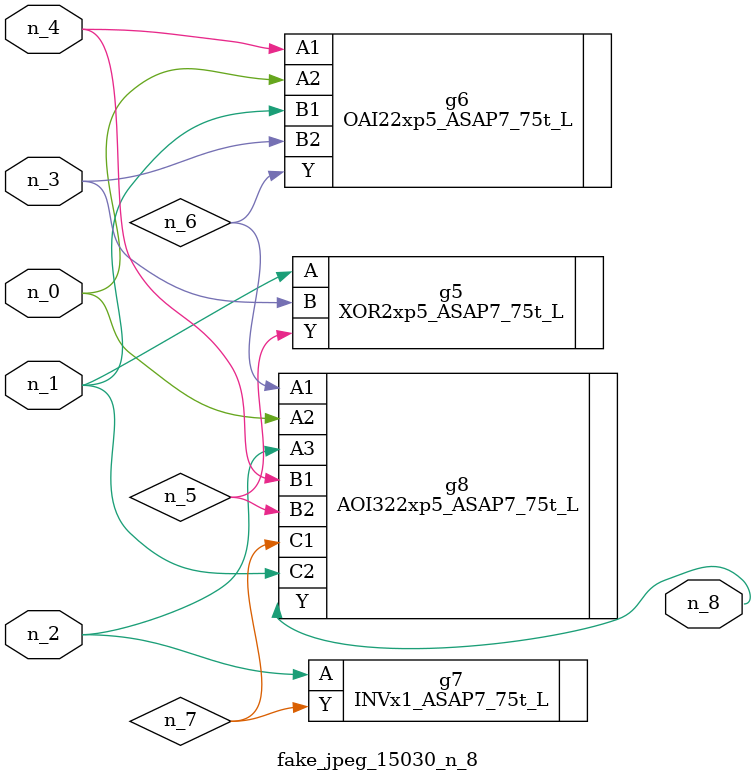
<source format=v>
module fake_jpeg_15030_n_8 (n_3, n_2, n_1, n_0, n_4, n_8);

input n_3;
input n_2;
input n_1;
input n_0;
input n_4;

output n_8;

wire n_6;
wire n_5;
wire n_7;

XOR2xp5_ASAP7_75t_L g5 ( 
.A(n_1),
.B(n_3),
.Y(n_5)
);

OAI22xp5_ASAP7_75t_L g6 ( 
.A1(n_4),
.A2(n_0),
.B1(n_1),
.B2(n_3),
.Y(n_6)
);

INVx1_ASAP7_75t_L g7 ( 
.A(n_2),
.Y(n_7)
);

AOI322xp5_ASAP7_75t_L g8 ( 
.A1(n_6),
.A2(n_0),
.A3(n_2),
.B1(n_4),
.B2(n_5),
.C1(n_7),
.C2(n_1),
.Y(n_8)
);


endmodule
</source>
